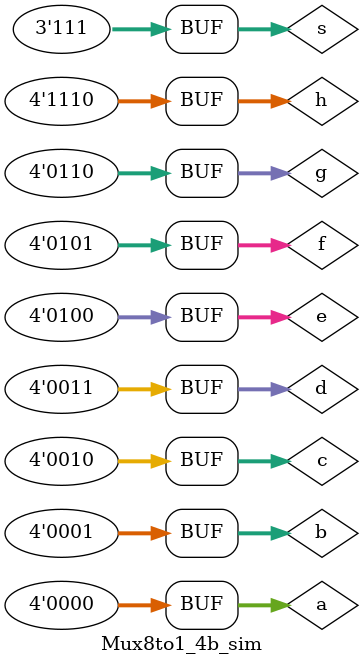
<source format=v>
`timescale 1ns / 1ps


module Mux8to1_4b_sim(

    );
    reg [3:0] a, b, c, d, e, f, g, h;
    reg [2:0] s;
    wire [3:0] out;

    Mux8to1_4b m0 (.a(a),.b(b),.c(c),.d(d),.e(e),.f(f),.g(g),.h(h),.s(s),.o(out));

    initial begin
        a <= 4'b0000;
        b <= 4'b0001;
        c <= 4'b0010;
        d <= 4'b0011;
        e <= 4'b0100;
        f <= 4'b0101;
        g <= 4'b0110;
        h <= 4'b1110;
        s <= 3'b000;
        #50;
        s <= 3'b001;
        #50;
        s <= 3'b010;
        #50;
        s <= 3'b011;
        #50;
        s <= 3'b100;
        #50;
        s <= 3'b101;
        #50;
        s <= 3'b110;
        #50;
        s <= 3'b111;
        #50;
    end


endmodule

</source>
